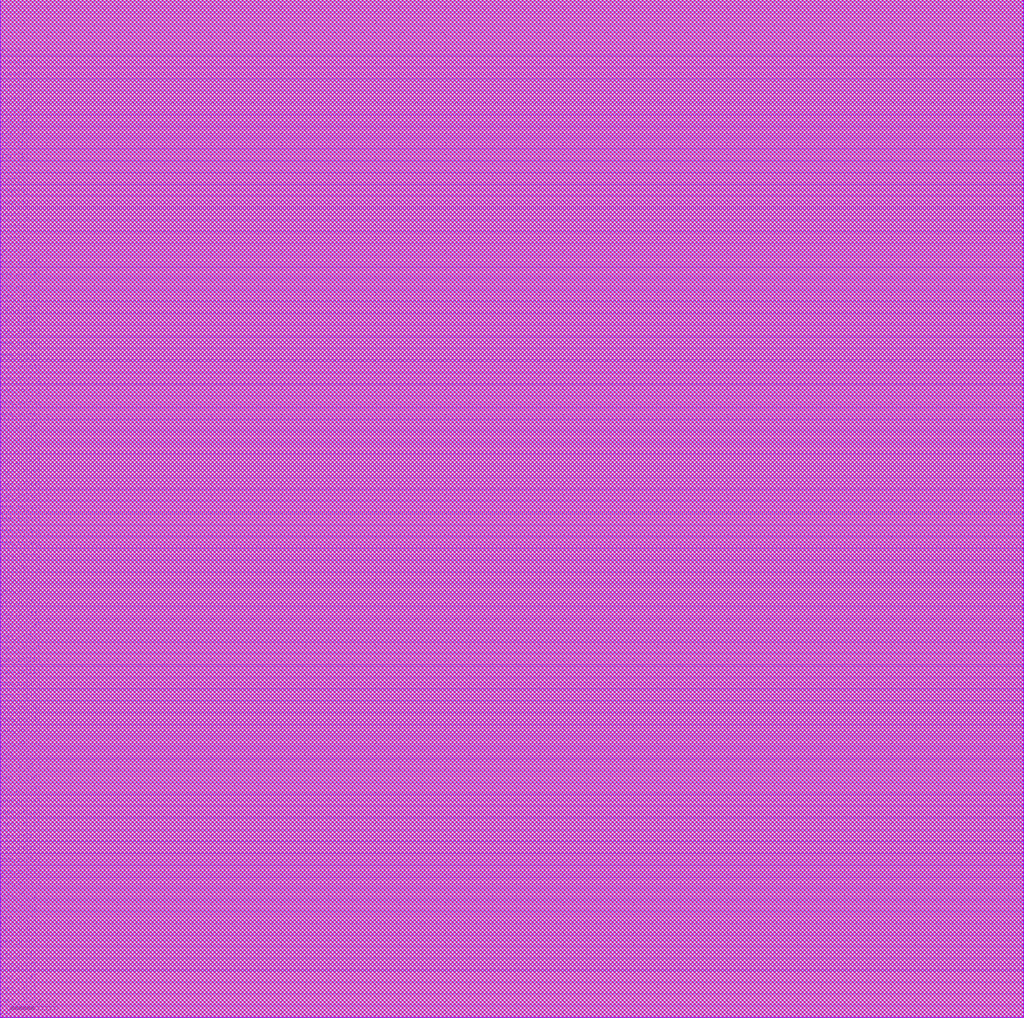
<source format=lef>
##
## LEF for PtnCells ;
## created by Innovus v15.23-s045_1 on Mon Mar 17 12:25:35 2025
##

VERSION 5.8 ;

BUSBITCHARS "[]" ;
DIVIDERCHAR "/" ;

MACRO core
  CLASS BLOCK ;
  SIZE 436.4000 BY 434.0000 ;
  FOREIGN core 0.0000 0.0000 ;
  ORIGIN 0 0 ;
  SYMMETRY X Y R90 ;
  PIN clk
    DIRECTION INPUT ;
    USE SIGNAL ;
    PORT
      LAYER M3 ;
        RECT 0.0000 0.0750 0.6000 0.3250 ;
    END
  END clk
  PIN mem_in[63]
    DIRECTION INPUT ;
    USE SIGNAL ;
    PORT
      LAYER M3 ;
        RECT 0.0000 320.0750 0.6000 320.3250 ;
    END
  END mem_in[63]
  PIN mem_in[62]
    DIRECTION INPUT ;
    USE SIGNAL ;
    PORT
      LAYER M3 ;
        RECT 0.0000 315.0750 0.6000 315.3250 ;
    END
  END mem_in[62]
  PIN mem_in[61]
    DIRECTION INPUT ;
    USE SIGNAL ;
    PORT
      LAYER M3 ;
        RECT 0.0000 310.0750 0.6000 310.3250 ;
    END
  END mem_in[61]
  PIN mem_in[60]
    DIRECTION INPUT ;
    USE SIGNAL ;
    PORT
      LAYER M3 ;
        RECT 0.0000 305.0750 0.6000 305.3250 ;
    END
  END mem_in[60]
  PIN mem_in[59]
    DIRECTION INPUT ;
    USE SIGNAL ;
    PORT
      LAYER M3 ;
        RECT 0.0000 300.0750 0.6000 300.3250 ;
    END
  END mem_in[59]
  PIN mem_in[58]
    DIRECTION INPUT ;
    USE SIGNAL ;
    PORT
      LAYER M3 ;
        RECT 0.0000 295.0750 0.6000 295.3250 ;
    END
  END mem_in[58]
  PIN mem_in[57]
    DIRECTION INPUT ;
    USE SIGNAL ;
    PORT
      LAYER M3 ;
        RECT 0.0000 290.0750 0.6000 290.3250 ;
    END
  END mem_in[57]
  PIN mem_in[56]
    DIRECTION INPUT ;
    USE SIGNAL ;
    PORT
      LAYER M3 ;
        RECT 0.0000 285.0750 0.6000 285.3250 ;
    END
  END mem_in[56]
  PIN mem_in[55]
    DIRECTION INPUT ;
    USE SIGNAL ;
    PORT
      LAYER M3 ;
        RECT 0.0000 280.0750 0.6000 280.3250 ;
    END
  END mem_in[55]
  PIN mem_in[54]
    DIRECTION INPUT ;
    USE SIGNAL ;
    PORT
      LAYER M3 ;
        RECT 0.0000 275.0750 0.6000 275.3250 ;
    END
  END mem_in[54]
  PIN mem_in[53]
    DIRECTION INPUT ;
    USE SIGNAL ;
    PORT
      LAYER M3 ;
        RECT 0.0000 270.0750 0.6000 270.3250 ;
    END
  END mem_in[53]
  PIN mem_in[52]
    DIRECTION INPUT ;
    USE SIGNAL ;
    PORT
      LAYER M3 ;
        RECT 0.0000 265.0750 0.6000 265.3250 ;
    END
  END mem_in[52]
  PIN mem_in[51]
    DIRECTION INPUT ;
    USE SIGNAL ;
    PORT
      LAYER M3 ;
        RECT 0.0000 260.0750 0.6000 260.3250 ;
    END
  END mem_in[51]
  PIN mem_in[50]
    DIRECTION INPUT ;
    USE SIGNAL ;
    PORT
      LAYER M3 ;
        RECT 0.0000 255.0750 0.6000 255.3250 ;
    END
  END mem_in[50]
  PIN mem_in[49]
    DIRECTION INPUT ;
    USE SIGNAL ;
    PORT
      LAYER M3 ;
        RECT 0.0000 250.0750 0.6000 250.3250 ;
    END
  END mem_in[49]
  PIN mem_in[48]
    DIRECTION INPUT ;
    USE SIGNAL ;
    PORT
      LAYER M3 ;
        RECT 0.0000 245.0750 0.6000 245.3250 ;
    END
  END mem_in[48]
  PIN mem_in[47]
    DIRECTION INPUT ;
    USE SIGNAL ;
    PORT
      LAYER M3 ;
        RECT 0.0000 240.0750 0.6000 240.3250 ;
    END
  END mem_in[47]
  PIN mem_in[46]
    DIRECTION INPUT ;
    USE SIGNAL ;
    PORT
      LAYER M3 ;
        RECT 0.0000 235.0750 0.6000 235.3250 ;
    END
  END mem_in[46]
  PIN mem_in[45]
    DIRECTION INPUT ;
    USE SIGNAL ;
    PORT
      LAYER M3 ;
        RECT 0.0000 230.0750 0.6000 230.3250 ;
    END
  END mem_in[45]
  PIN mem_in[44]
    DIRECTION INPUT ;
    USE SIGNAL ;
    PORT
      LAYER M3 ;
        RECT 0.0000 225.0750 0.6000 225.3250 ;
    END
  END mem_in[44]
  PIN mem_in[43]
    DIRECTION INPUT ;
    USE SIGNAL ;
    PORT
      LAYER M3 ;
        RECT 0.0000 220.0750 0.6000 220.3250 ;
    END
  END mem_in[43]
  PIN mem_in[42]
    DIRECTION INPUT ;
    USE SIGNAL ;
    PORT
      LAYER M3 ;
        RECT 0.0000 215.0750 0.6000 215.3250 ;
    END
  END mem_in[42]
  PIN mem_in[41]
    DIRECTION INPUT ;
    USE SIGNAL ;
    PORT
      LAYER M3 ;
        RECT 0.0000 210.0750 0.6000 210.3250 ;
    END
  END mem_in[41]
  PIN mem_in[40]
    DIRECTION INPUT ;
    USE SIGNAL ;
    PORT
      LAYER M3 ;
        RECT 0.0000 205.0750 0.6000 205.3250 ;
    END
  END mem_in[40]
  PIN mem_in[39]
    DIRECTION INPUT ;
    USE SIGNAL ;
    PORT
      LAYER M3 ;
        RECT 0.0000 200.0750 0.6000 200.3250 ;
    END
  END mem_in[39]
  PIN mem_in[38]
    DIRECTION INPUT ;
    USE SIGNAL ;
    PORT
      LAYER M3 ;
        RECT 0.0000 195.0750 0.6000 195.3250 ;
    END
  END mem_in[38]
  PIN mem_in[37]
    DIRECTION INPUT ;
    USE SIGNAL ;
    PORT
      LAYER M3 ;
        RECT 0.0000 190.0750 0.6000 190.3250 ;
    END
  END mem_in[37]
  PIN mem_in[36]
    DIRECTION INPUT ;
    USE SIGNAL ;
    PORT
      LAYER M3 ;
        RECT 0.0000 185.0750 0.6000 185.3250 ;
    END
  END mem_in[36]
  PIN mem_in[35]
    DIRECTION INPUT ;
    USE SIGNAL ;
    PORT
      LAYER M3 ;
        RECT 0.0000 180.0750 0.6000 180.3250 ;
    END
  END mem_in[35]
  PIN mem_in[34]
    DIRECTION INPUT ;
    USE SIGNAL ;
    PORT
      LAYER M3 ;
        RECT 0.0000 175.0750 0.6000 175.3250 ;
    END
  END mem_in[34]
  PIN mem_in[33]
    DIRECTION INPUT ;
    USE SIGNAL ;
    PORT
      LAYER M3 ;
        RECT 0.0000 170.0750 0.6000 170.3250 ;
    END
  END mem_in[33]
  PIN mem_in[32]
    DIRECTION INPUT ;
    USE SIGNAL ;
    PORT
      LAYER M3 ;
        RECT 0.0000 165.0750 0.6000 165.3250 ;
    END
  END mem_in[32]
  PIN mem_in[31]
    DIRECTION INPUT ;
    USE SIGNAL ;
    PORT
      LAYER M3 ;
        RECT 0.0000 160.0750 0.6000 160.3250 ;
    END
  END mem_in[31]
  PIN mem_in[30]
    DIRECTION INPUT ;
    USE SIGNAL ;
    PORT
      LAYER M3 ;
        RECT 0.0000 155.0750 0.6000 155.3250 ;
    END
  END mem_in[30]
  PIN mem_in[29]
    DIRECTION INPUT ;
    USE SIGNAL ;
    PORT
      LAYER M3 ;
        RECT 0.0000 150.0750 0.6000 150.3250 ;
    END
  END mem_in[29]
  PIN mem_in[28]
    DIRECTION INPUT ;
    USE SIGNAL ;
    PORT
      LAYER M3 ;
        RECT 0.0000 145.0750 0.6000 145.3250 ;
    END
  END mem_in[28]
  PIN mem_in[27]
    DIRECTION INPUT ;
    USE SIGNAL ;
    PORT
      LAYER M3 ;
        RECT 0.0000 140.0750 0.6000 140.3250 ;
    END
  END mem_in[27]
  PIN mem_in[26]
    DIRECTION INPUT ;
    USE SIGNAL ;
    PORT
      LAYER M3 ;
        RECT 0.0000 135.0750 0.6000 135.3250 ;
    END
  END mem_in[26]
  PIN mem_in[25]
    DIRECTION INPUT ;
    USE SIGNAL ;
    PORT
      LAYER M3 ;
        RECT 0.0000 130.0750 0.6000 130.3250 ;
    END
  END mem_in[25]
  PIN mem_in[24]
    DIRECTION INPUT ;
    USE SIGNAL ;
    PORT
      LAYER M3 ;
        RECT 0.0000 125.0750 0.6000 125.3250 ;
    END
  END mem_in[24]
  PIN mem_in[23]
    DIRECTION INPUT ;
    USE SIGNAL ;
    PORT
      LAYER M3 ;
        RECT 0.0000 120.0750 0.6000 120.3250 ;
    END
  END mem_in[23]
  PIN mem_in[22]
    DIRECTION INPUT ;
    USE SIGNAL ;
    PORT
      LAYER M3 ;
        RECT 0.0000 115.0750 0.6000 115.3250 ;
    END
  END mem_in[22]
  PIN mem_in[21]
    DIRECTION INPUT ;
    USE SIGNAL ;
    PORT
      LAYER M3 ;
        RECT 0.0000 110.0750 0.6000 110.3250 ;
    END
  END mem_in[21]
  PIN mem_in[20]
    DIRECTION INPUT ;
    USE SIGNAL ;
    PORT
      LAYER M3 ;
        RECT 0.0000 105.0750 0.6000 105.3250 ;
    END
  END mem_in[20]
  PIN mem_in[19]
    DIRECTION INPUT ;
    USE SIGNAL ;
    PORT
      LAYER M3 ;
        RECT 0.0000 100.0750 0.6000 100.3250 ;
    END
  END mem_in[19]
  PIN mem_in[18]
    DIRECTION INPUT ;
    USE SIGNAL ;
    PORT
      LAYER M3 ;
        RECT 0.0000 95.0750 0.6000 95.3250 ;
    END
  END mem_in[18]
  PIN mem_in[17]
    DIRECTION INPUT ;
    USE SIGNAL ;
    PORT
      LAYER M3 ;
        RECT 0.0000 90.0750 0.6000 90.3250 ;
    END
  END mem_in[17]
  PIN mem_in[16]
    DIRECTION INPUT ;
    USE SIGNAL ;
    PORT
      LAYER M3 ;
        RECT 0.0000 85.0750 0.6000 85.3250 ;
    END
  END mem_in[16]
  PIN mem_in[15]
    DIRECTION INPUT ;
    USE SIGNAL ;
    PORT
      LAYER M3 ;
        RECT 0.0000 80.0750 0.6000 80.3250 ;
    END
  END mem_in[15]
  PIN mem_in[14]
    DIRECTION INPUT ;
    USE SIGNAL ;
    PORT
      LAYER M3 ;
        RECT 0.0000 75.0750 0.6000 75.3250 ;
    END
  END mem_in[14]
  PIN mem_in[13]
    DIRECTION INPUT ;
    USE SIGNAL ;
    PORT
      LAYER M3 ;
        RECT 0.0000 70.0750 0.6000 70.3250 ;
    END
  END mem_in[13]
  PIN mem_in[12]
    DIRECTION INPUT ;
    USE SIGNAL ;
    PORT
      LAYER M3 ;
        RECT 0.0000 65.0750 0.6000 65.3250 ;
    END
  END mem_in[12]
  PIN mem_in[11]
    DIRECTION INPUT ;
    USE SIGNAL ;
    PORT
      LAYER M3 ;
        RECT 0.0000 60.0750 0.6000 60.3250 ;
    END
  END mem_in[11]
  PIN mem_in[10]
    DIRECTION INPUT ;
    USE SIGNAL ;
    PORT
      LAYER M3 ;
        RECT 0.0000 55.0750 0.6000 55.3250 ;
    END
  END mem_in[10]
  PIN mem_in[9]
    DIRECTION INPUT ;
    USE SIGNAL ;
    PORT
      LAYER M3 ;
        RECT 0.0000 50.0750 0.6000 50.3250 ;
    END
  END mem_in[9]
  PIN mem_in[8]
    DIRECTION INPUT ;
    USE SIGNAL ;
    PORT
      LAYER M3 ;
        RECT 0.0000 45.0750 0.6000 45.3250 ;
    END
  END mem_in[8]
  PIN mem_in[7]
    DIRECTION INPUT ;
    USE SIGNAL ;
    PORT
      LAYER M3 ;
        RECT 0.0000 40.0750 0.6000 40.3250 ;
    END
  END mem_in[7]
  PIN mem_in[6]
    DIRECTION INPUT ;
    USE SIGNAL ;
    PORT
      LAYER M3 ;
        RECT 0.0000 35.0750 0.6000 35.3250 ;
    END
  END mem_in[6]
  PIN mem_in[5]
    DIRECTION INPUT ;
    USE SIGNAL ;
    PORT
      LAYER M3 ;
        RECT 0.0000 30.0750 0.6000 30.3250 ;
    END
  END mem_in[5]
  PIN mem_in[4]
    DIRECTION INPUT ;
    USE SIGNAL ;
    PORT
      LAYER M3 ;
        RECT 0.0000 25.0750 0.6000 25.3250 ;
    END
  END mem_in[4]
  PIN mem_in[3]
    DIRECTION INPUT ;
    USE SIGNAL ;
    PORT
      LAYER M3 ;
        RECT 0.0000 20.0750 0.6000 20.3250 ;
    END
  END mem_in[3]
  PIN mem_in[2]
    DIRECTION INPUT ;
    USE SIGNAL ;
    PORT
      LAYER M3 ;
        RECT 0.0000 15.0750 0.6000 15.3250 ;
    END
  END mem_in[2]
  PIN mem_in[1]
    DIRECTION INPUT ;
    USE SIGNAL ;
    PORT
      LAYER M3 ;
        RECT 0.0000 10.0750 0.6000 10.3250 ;
    END
  END mem_in[1]
  PIN mem_in[0]
    DIRECTION INPUT ;
    USE SIGNAL ;
    PORT
      LAYER M3 ;
        RECT 0.0000 5.0750 0.6000 5.3250 ;
    END
  END mem_in[0]
  PIN out[159]
    DIRECTION OUTPUT ;
    USE SIGNAL ;
    PORT
      LAYER M3 ;
        RECT 436.1500 19.9000 436.4000 20.5000 ;
    END
  END out[159]
  PIN out[158]
    DIRECTION OUTPUT ;
    USE SIGNAL ;
    PORT
      LAYER M3 ;
        RECT 436.1500 22.5000 436.4000 23.1000 ;
    END
  END out[158]
  PIN out[157]
    DIRECTION OUTPUT ;
    USE SIGNAL ;
    PORT
      LAYER M3 ;
        RECT 436.1500 25.1000 436.4000 25.7000 ;
    END
  END out[157]
  PIN out[156]
    DIRECTION OUTPUT ;
    USE SIGNAL ;
    PORT
      LAYER M3 ;
        RECT 436.1500 27.7000 436.4000 28.3000 ;
    END
  END out[156]
  PIN out[155]
    DIRECTION OUTPUT ;
    USE SIGNAL ;
    PORT
      LAYER M3 ;
        RECT 436.1500 30.3000 436.4000 30.9000 ;
    END
  END out[155]
  PIN out[154]
    DIRECTION OUTPUT ;
    USE SIGNAL ;
    PORT
      LAYER M3 ;
        RECT 436.1500 32.9000 436.4000 33.5000 ;
    END
  END out[154]
  PIN out[153]
    DIRECTION OUTPUT ;
    USE SIGNAL ;
    PORT
      LAYER M3 ;
        RECT 436.1500 35.5000 436.4000 36.1000 ;
    END
  END out[153]
  PIN out[152]
    DIRECTION OUTPUT ;
    USE SIGNAL ;
    PORT
      LAYER M3 ;
        RECT 436.1500 38.1000 436.4000 38.7000 ;
    END
  END out[152]
  PIN out[151]
    DIRECTION OUTPUT ;
    USE SIGNAL ;
    PORT
      LAYER M3 ;
        RECT 436.1500 40.7000 436.4000 41.3000 ;
    END
  END out[151]
  PIN out[150]
    DIRECTION OUTPUT ;
    USE SIGNAL ;
    PORT
      LAYER M3 ;
        RECT 436.1500 43.3000 436.4000 43.9000 ;
    END
  END out[150]
  PIN out[149]
    DIRECTION OUTPUT ;
    USE SIGNAL ;
    PORT
      LAYER M3 ;
        RECT 436.1500 45.9000 436.4000 46.5000 ;
    END
  END out[149]
  PIN out[148]
    DIRECTION OUTPUT ;
    USE SIGNAL ;
    PORT
      LAYER M3 ;
        RECT 436.1500 48.5000 436.4000 49.1000 ;
    END
  END out[148]
  PIN out[147]
    DIRECTION OUTPUT ;
    USE SIGNAL ;
    PORT
      LAYER M3 ;
        RECT 436.1500 51.1000 436.4000 51.7000 ;
    END
  END out[147]
  PIN out[146]
    DIRECTION OUTPUT ;
    USE SIGNAL ;
    PORT
      LAYER M3 ;
        RECT 436.1500 53.7000 436.4000 54.3000 ;
    END
  END out[146]
  PIN out[145]
    DIRECTION OUTPUT ;
    USE SIGNAL ;
    PORT
      LAYER M3 ;
        RECT 436.1500 56.3000 436.4000 56.9000 ;
    END
  END out[145]
  PIN out[144]
    DIRECTION OUTPUT ;
    USE SIGNAL ;
    PORT
      LAYER M3 ;
        RECT 436.1500 58.9000 436.4000 59.5000 ;
    END
  END out[144]
  PIN out[143]
    DIRECTION OUTPUT ;
    USE SIGNAL ;
    PORT
      LAYER M3 ;
        RECT 436.1500 61.5000 436.4000 62.1000 ;
    END
  END out[143]
  PIN out[142]
    DIRECTION OUTPUT ;
    USE SIGNAL ;
    PORT
      LAYER M3 ;
        RECT 436.1500 64.1000 436.4000 64.7000 ;
    END
  END out[142]
  PIN out[141]
    DIRECTION OUTPUT ;
    USE SIGNAL ;
    PORT
      LAYER M3 ;
        RECT 436.1500 66.7000 436.4000 67.3000 ;
    END
  END out[141]
  PIN out[140]
    DIRECTION OUTPUT ;
    USE SIGNAL ;
    PORT
      LAYER M3 ;
        RECT 436.1500 69.3000 436.4000 69.9000 ;
    END
  END out[140]
  PIN out[139]
    DIRECTION OUTPUT ;
    USE SIGNAL ;
    PORT
      LAYER M3 ;
        RECT 436.1500 71.9000 436.4000 72.5000 ;
    END
  END out[139]
  PIN out[138]
    DIRECTION OUTPUT ;
    USE SIGNAL ;
    PORT
      LAYER M3 ;
        RECT 436.1500 74.5000 436.4000 75.1000 ;
    END
  END out[138]
  PIN out[137]
    DIRECTION OUTPUT ;
    USE SIGNAL ;
    PORT
      LAYER M3 ;
        RECT 436.1500 77.1000 436.4000 77.7000 ;
    END
  END out[137]
  PIN out[136]
    DIRECTION OUTPUT ;
    USE SIGNAL ;
    PORT
      LAYER M3 ;
        RECT 436.1500 79.7000 436.4000 80.3000 ;
    END
  END out[136]
  PIN out[135]
    DIRECTION OUTPUT ;
    USE SIGNAL ;
    PORT
      LAYER M3 ;
        RECT 436.1500 82.3000 436.4000 82.9000 ;
    END
  END out[135]
  PIN out[134]
    DIRECTION OUTPUT ;
    USE SIGNAL ;
    PORT
      LAYER M3 ;
        RECT 436.1500 84.9000 436.4000 85.5000 ;
    END
  END out[134]
  PIN out[133]
    DIRECTION OUTPUT ;
    USE SIGNAL ;
    PORT
      LAYER M3 ;
        RECT 436.1500 87.5000 436.4000 88.1000 ;
    END
  END out[133]
  PIN out[132]
    DIRECTION OUTPUT ;
    USE SIGNAL ;
    PORT
      LAYER M3 ;
        RECT 436.1500 90.1000 436.4000 90.7000 ;
    END
  END out[132]
  PIN out[131]
    DIRECTION OUTPUT ;
    USE SIGNAL ;
    PORT
      LAYER M3 ;
        RECT 436.1500 92.7000 436.4000 93.3000 ;
    END
  END out[131]
  PIN out[130]
    DIRECTION OUTPUT ;
    USE SIGNAL ;
    PORT
      LAYER M3 ;
        RECT 436.1500 95.3000 436.4000 95.9000 ;
    END
  END out[130]
  PIN out[129]
    DIRECTION OUTPUT ;
    USE SIGNAL ;
    PORT
      LAYER M3 ;
        RECT 436.1500 97.9000 436.4000 98.5000 ;
    END
  END out[129]
  PIN out[128]
    DIRECTION OUTPUT ;
    USE SIGNAL ;
    PORT
      LAYER M3 ;
        RECT 436.1500 100.5000 436.4000 101.1000 ;
    END
  END out[128]
  PIN out[127]
    DIRECTION OUTPUT ;
    USE SIGNAL ;
    PORT
      LAYER M3 ;
        RECT 436.1500 103.1000 436.4000 103.7000 ;
    END
  END out[127]
  PIN out[126]
    DIRECTION OUTPUT ;
    USE SIGNAL ;
    PORT
      LAYER M3 ;
        RECT 436.1500 105.7000 436.4000 106.3000 ;
    END
  END out[126]
  PIN out[125]
    DIRECTION OUTPUT ;
    USE SIGNAL ;
    PORT
      LAYER M3 ;
        RECT 436.1500 108.3000 436.4000 108.9000 ;
    END
  END out[125]
  PIN out[124]
    DIRECTION OUTPUT ;
    USE SIGNAL ;
    PORT
      LAYER M3 ;
        RECT 436.1500 110.9000 436.4000 111.5000 ;
    END
  END out[124]
  PIN out[123]
    DIRECTION OUTPUT ;
    USE SIGNAL ;
    PORT
      LAYER M3 ;
        RECT 436.1500 113.5000 436.4000 114.1000 ;
    END
  END out[123]
  PIN out[122]
    DIRECTION OUTPUT ;
    USE SIGNAL ;
    PORT
      LAYER M3 ;
        RECT 436.1500 116.1000 436.4000 116.7000 ;
    END
  END out[122]
  PIN out[121]
    DIRECTION OUTPUT ;
    USE SIGNAL ;
    PORT
      LAYER M3 ;
        RECT 436.1500 118.7000 436.4000 119.3000 ;
    END
  END out[121]
  PIN out[120]
    DIRECTION OUTPUT ;
    USE SIGNAL ;
    PORT
      LAYER M3 ;
        RECT 436.1500 121.3000 436.4000 121.9000 ;
    END
  END out[120]
  PIN out[119]
    DIRECTION OUTPUT ;
    USE SIGNAL ;
    PORT
      LAYER M3 ;
        RECT 436.1500 123.9000 436.4000 124.5000 ;
    END
  END out[119]
  PIN out[118]
    DIRECTION OUTPUT ;
    USE SIGNAL ;
    PORT
      LAYER M3 ;
        RECT 436.1500 126.5000 436.4000 127.1000 ;
    END
  END out[118]
  PIN out[117]
    DIRECTION OUTPUT ;
    USE SIGNAL ;
    PORT
      LAYER M3 ;
        RECT 436.1500 129.1000 436.4000 129.7000 ;
    END
  END out[117]
  PIN out[116]
    DIRECTION OUTPUT ;
    USE SIGNAL ;
    PORT
      LAYER M3 ;
        RECT 436.1500 131.7000 436.4000 132.3000 ;
    END
  END out[116]
  PIN out[115]
    DIRECTION OUTPUT ;
    USE SIGNAL ;
    PORT
      LAYER M3 ;
        RECT 436.1500 134.3000 436.4000 134.9000 ;
    END
  END out[115]
  PIN out[114]
    DIRECTION OUTPUT ;
    USE SIGNAL ;
    PORT
      LAYER M3 ;
        RECT 436.1500 136.9000 436.4000 137.5000 ;
    END
  END out[114]
  PIN out[113]
    DIRECTION OUTPUT ;
    USE SIGNAL ;
    PORT
      LAYER M3 ;
        RECT 436.1500 139.5000 436.4000 140.1000 ;
    END
  END out[113]
  PIN out[112]
    DIRECTION OUTPUT ;
    USE SIGNAL ;
    PORT
      LAYER M3 ;
        RECT 436.1500 142.1000 436.4000 142.7000 ;
    END
  END out[112]
  PIN out[111]
    DIRECTION OUTPUT ;
    USE SIGNAL ;
    PORT
      LAYER M3 ;
        RECT 436.1500 144.7000 436.4000 145.3000 ;
    END
  END out[111]
  PIN out[110]
    DIRECTION OUTPUT ;
    USE SIGNAL ;
    PORT
      LAYER M3 ;
        RECT 436.1500 147.3000 436.4000 147.9000 ;
    END
  END out[110]
  PIN out[109]
    DIRECTION OUTPUT ;
    USE SIGNAL ;
    PORT
      LAYER M3 ;
        RECT 436.1500 149.9000 436.4000 150.5000 ;
    END
  END out[109]
  PIN out[108]
    DIRECTION OUTPUT ;
    USE SIGNAL ;
    PORT
      LAYER M3 ;
        RECT 436.1500 152.5000 436.4000 153.1000 ;
    END
  END out[108]
  PIN out[107]
    DIRECTION OUTPUT ;
    USE SIGNAL ;
    PORT
      LAYER M3 ;
        RECT 436.1500 155.1000 436.4000 155.7000 ;
    END
  END out[107]
  PIN out[106]
    DIRECTION OUTPUT ;
    USE SIGNAL ;
    PORT
      LAYER M3 ;
        RECT 436.1500 157.7000 436.4000 158.3000 ;
    END
  END out[106]
  PIN out[105]
    DIRECTION OUTPUT ;
    USE SIGNAL ;
    PORT
      LAYER M3 ;
        RECT 436.1500 160.3000 436.4000 160.9000 ;
    END
  END out[105]
  PIN out[104]
    DIRECTION OUTPUT ;
    USE SIGNAL ;
    PORT
      LAYER M3 ;
        RECT 436.1500 162.9000 436.4000 163.5000 ;
    END
  END out[104]
  PIN out[103]
    DIRECTION OUTPUT ;
    USE SIGNAL ;
    PORT
      LAYER M3 ;
        RECT 436.1500 165.5000 436.4000 166.1000 ;
    END
  END out[103]
  PIN out[102]
    DIRECTION OUTPUT ;
    USE SIGNAL ;
    PORT
      LAYER M3 ;
        RECT 436.1500 168.1000 436.4000 168.7000 ;
    END
  END out[102]
  PIN out[101]
    DIRECTION OUTPUT ;
    USE SIGNAL ;
    PORT
      LAYER M3 ;
        RECT 436.1500 170.7000 436.4000 171.3000 ;
    END
  END out[101]
  PIN out[100]
    DIRECTION OUTPUT ;
    USE SIGNAL ;
    PORT
      LAYER M3 ;
        RECT 436.1500 173.3000 436.4000 173.9000 ;
    END
  END out[100]
  PIN out[99]
    DIRECTION OUTPUT ;
    USE SIGNAL ;
    PORT
      LAYER M3 ;
        RECT 436.1500 175.9000 436.4000 176.5000 ;
    END
  END out[99]
  PIN out[98]
    DIRECTION OUTPUT ;
    USE SIGNAL ;
    PORT
      LAYER M3 ;
        RECT 436.1500 178.5000 436.4000 179.1000 ;
    END
  END out[98]
  PIN out[97]
    DIRECTION OUTPUT ;
    USE SIGNAL ;
    PORT
      LAYER M3 ;
        RECT 436.1500 181.1000 436.4000 181.7000 ;
    END
  END out[97]
  PIN out[96]
    DIRECTION OUTPUT ;
    USE SIGNAL ;
    PORT
      LAYER M3 ;
        RECT 436.1500 183.7000 436.4000 184.3000 ;
    END
  END out[96]
  PIN out[95]
    DIRECTION OUTPUT ;
    USE SIGNAL ;
    PORT
      LAYER M3 ;
        RECT 436.1500 186.3000 436.4000 186.9000 ;
    END
  END out[95]
  PIN out[94]
    DIRECTION OUTPUT ;
    USE SIGNAL ;
    PORT
      LAYER M3 ;
        RECT 436.1500 188.9000 436.4000 189.5000 ;
    END
  END out[94]
  PIN out[93]
    DIRECTION OUTPUT ;
    USE SIGNAL ;
    PORT
      LAYER M3 ;
        RECT 436.1500 191.5000 436.4000 192.1000 ;
    END
  END out[93]
  PIN out[92]
    DIRECTION OUTPUT ;
    USE SIGNAL ;
    PORT
      LAYER M3 ;
        RECT 436.1500 194.1000 436.4000 194.7000 ;
    END
  END out[92]
  PIN out[91]
    DIRECTION OUTPUT ;
    USE SIGNAL ;
    PORT
      LAYER M3 ;
        RECT 436.1500 196.7000 436.4000 197.3000 ;
    END
  END out[91]
  PIN out[90]
    DIRECTION OUTPUT ;
    USE SIGNAL ;
    PORT
      LAYER M3 ;
        RECT 436.1500 199.3000 436.4000 199.9000 ;
    END
  END out[90]
  PIN out[89]
    DIRECTION OUTPUT ;
    USE SIGNAL ;
    PORT
      LAYER M3 ;
        RECT 436.1500 201.9000 436.4000 202.5000 ;
    END
  END out[89]
  PIN out[88]
    DIRECTION OUTPUT ;
    USE SIGNAL ;
    PORT
      LAYER M3 ;
        RECT 436.1500 204.5000 436.4000 205.1000 ;
    END
  END out[88]
  PIN out[87]
    DIRECTION OUTPUT ;
    USE SIGNAL ;
    PORT
      LAYER M3 ;
        RECT 436.1500 207.1000 436.4000 207.7000 ;
    END
  END out[87]
  PIN out[86]
    DIRECTION OUTPUT ;
    USE SIGNAL ;
    PORT
      LAYER M3 ;
        RECT 436.1500 209.7000 436.4000 210.3000 ;
    END
  END out[86]
  PIN out[85]
    DIRECTION OUTPUT ;
    USE SIGNAL ;
    PORT
      LAYER M3 ;
        RECT 436.1500 212.3000 436.4000 212.9000 ;
    END
  END out[85]
  PIN out[84]
    DIRECTION OUTPUT ;
    USE SIGNAL ;
    PORT
      LAYER M3 ;
        RECT 436.1500 214.9000 436.4000 215.5000 ;
    END
  END out[84]
  PIN out[83]
    DIRECTION OUTPUT ;
    USE SIGNAL ;
    PORT
      LAYER M3 ;
        RECT 436.1500 217.5000 436.4000 218.1000 ;
    END
  END out[83]
  PIN out[82]
    DIRECTION OUTPUT ;
    USE SIGNAL ;
    PORT
      LAYER M3 ;
        RECT 436.1500 220.1000 436.4000 220.7000 ;
    END
  END out[82]
  PIN out[81]
    DIRECTION OUTPUT ;
    USE SIGNAL ;
    PORT
      LAYER M3 ;
        RECT 436.1500 222.7000 436.4000 223.3000 ;
    END
  END out[81]
  PIN out[80]
    DIRECTION OUTPUT ;
    USE SIGNAL ;
    PORT
      LAYER M3 ;
        RECT 436.1500 225.3000 436.4000 225.9000 ;
    END
  END out[80]
  PIN out[79]
    DIRECTION OUTPUT ;
    USE SIGNAL ;
    PORT
      LAYER M3 ;
        RECT 436.1500 227.9000 436.4000 228.5000 ;
    END
  END out[79]
  PIN out[78]
    DIRECTION OUTPUT ;
    USE SIGNAL ;
    PORT
      LAYER M3 ;
        RECT 436.1500 230.5000 436.4000 231.1000 ;
    END
  END out[78]
  PIN out[77]
    DIRECTION OUTPUT ;
    USE SIGNAL ;
    PORT
      LAYER M3 ;
        RECT 436.1500 233.1000 436.4000 233.7000 ;
    END
  END out[77]
  PIN out[76]
    DIRECTION OUTPUT ;
    USE SIGNAL ;
    PORT
      LAYER M3 ;
        RECT 436.1500 235.7000 436.4000 236.3000 ;
    END
  END out[76]
  PIN out[75]
    DIRECTION OUTPUT ;
    USE SIGNAL ;
    PORT
      LAYER M3 ;
        RECT 436.1500 238.3000 436.4000 238.9000 ;
    END
  END out[75]
  PIN out[74]
    DIRECTION OUTPUT ;
    USE SIGNAL ;
    PORT
      LAYER M3 ;
        RECT 436.1500 240.9000 436.4000 241.5000 ;
    END
  END out[74]
  PIN out[73]
    DIRECTION OUTPUT ;
    USE SIGNAL ;
    PORT
      LAYER M3 ;
        RECT 436.1500 243.5000 436.4000 244.1000 ;
    END
  END out[73]
  PIN out[72]
    DIRECTION OUTPUT ;
    USE SIGNAL ;
    PORT
      LAYER M3 ;
        RECT 436.1500 246.1000 436.4000 246.7000 ;
    END
  END out[72]
  PIN out[71]
    DIRECTION OUTPUT ;
    USE SIGNAL ;
    PORT
      LAYER M3 ;
        RECT 436.1500 248.7000 436.4000 249.3000 ;
    END
  END out[71]
  PIN out[70]
    DIRECTION OUTPUT ;
    USE SIGNAL ;
    PORT
      LAYER M3 ;
        RECT 436.1500 251.3000 436.4000 251.9000 ;
    END
  END out[70]
  PIN out[69]
    DIRECTION OUTPUT ;
    USE SIGNAL ;
    PORT
      LAYER M3 ;
        RECT 436.1500 253.9000 436.4000 254.5000 ;
    END
  END out[69]
  PIN out[68]
    DIRECTION OUTPUT ;
    USE SIGNAL ;
    PORT
      LAYER M3 ;
        RECT 436.1500 256.5000 436.4000 257.1000 ;
    END
  END out[68]
  PIN out[67]
    DIRECTION OUTPUT ;
    USE SIGNAL ;
    PORT
      LAYER M3 ;
        RECT 436.1500 259.1000 436.4000 259.7000 ;
    END
  END out[67]
  PIN out[66]
    DIRECTION OUTPUT ;
    USE SIGNAL ;
    PORT
      LAYER M3 ;
        RECT 436.1500 261.7000 436.4000 262.3000 ;
    END
  END out[66]
  PIN out[65]
    DIRECTION OUTPUT ;
    USE SIGNAL ;
    PORT
      LAYER M3 ;
        RECT 436.1500 264.3000 436.4000 264.9000 ;
    END
  END out[65]
  PIN out[64]
    DIRECTION OUTPUT ;
    USE SIGNAL ;
    PORT
      LAYER M3 ;
        RECT 436.1500 266.9000 436.4000 267.5000 ;
    END
  END out[64]
  PIN out[63]
    DIRECTION OUTPUT ;
    USE SIGNAL ;
    PORT
      LAYER M3 ;
        RECT 436.1500 269.5000 436.4000 270.1000 ;
    END
  END out[63]
  PIN out[62]
    DIRECTION OUTPUT ;
    USE SIGNAL ;
    PORT
      LAYER M3 ;
        RECT 436.1500 272.1000 436.4000 272.7000 ;
    END
  END out[62]
  PIN out[61]
    DIRECTION OUTPUT ;
    USE SIGNAL ;
    PORT
      LAYER M3 ;
        RECT 436.1500 274.7000 436.4000 275.3000 ;
    END
  END out[61]
  PIN out[60]
    DIRECTION OUTPUT ;
    USE SIGNAL ;
    PORT
      LAYER M3 ;
        RECT 436.1500 277.3000 436.4000 277.9000 ;
    END
  END out[60]
  PIN out[59]
    DIRECTION OUTPUT ;
    USE SIGNAL ;
    PORT
      LAYER M3 ;
        RECT 436.1500 279.9000 436.4000 280.5000 ;
    END
  END out[59]
  PIN out[58]
    DIRECTION OUTPUT ;
    USE SIGNAL ;
    PORT
      LAYER M3 ;
        RECT 436.1500 282.5000 436.4000 283.1000 ;
    END
  END out[58]
  PIN out[57]
    DIRECTION OUTPUT ;
    USE SIGNAL ;
    PORT
      LAYER M3 ;
        RECT 436.1500 285.1000 436.4000 285.7000 ;
    END
  END out[57]
  PIN out[56]
    DIRECTION OUTPUT ;
    USE SIGNAL ;
    PORT
      LAYER M3 ;
        RECT 436.1500 287.7000 436.4000 288.3000 ;
    END
  END out[56]
  PIN out[55]
    DIRECTION OUTPUT ;
    USE SIGNAL ;
    PORT
      LAYER M3 ;
        RECT 436.1500 290.3000 436.4000 290.9000 ;
    END
  END out[55]
  PIN out[54]
    DIRECTION OUTPUT ;
    USE SIGNAL ;
    PORT
      LAYER M3 ;
        RECT 436.1500 292.9000 436.4000 293.5000 ;
    END
  END out[54]
  PIN out[53]
    DIRECTION OUTPUT ;
    USE SIGNAL ;
    PORT
      LAYER M3 ;
        RECT 436.1500 295.5000 436.4000 296.1000 ;
    END
  END out[53]
  PIN out[52]
    DIRECTION OUTPUT ;
    USE SIGNAL ;
    PORT
      LAYER M3 ;
        RECT 436.1500 298.1000 436.4000 298.7000 ;
    END
  END out[52]
  PIN out[51]
    DIRECTION OUTPUT ;
    USE SIGNAL ;
    PORT
      LAYER M3 ;
        RECT 436.1500 300.7000 436.4000 301.3000 ;
    END
  END out[51]
  PIN out[50]
    DIRECTION OUTPUT ;
    USE SIGNAL ;
    PORT
      LAYER M3 ;
        RECT 436.1500 303.3000 436.4000 303.9000 ;
    END
  END out[50]
  PIN out[49]
    DIRECTION OUTPUT ;
    USE SIGNAL ;
    PORT
      LAYER M3 ;
        RECT 436.1500 305.9000 436.4000 306.5000 ;
    END
  END out[49]
  PIN out[48]
    DIRECTION OUTPUT ;
    USE SIGNAL ;
    PORT
      LAYER M3 ;
        RECT 436.1500 308.5000 436.4000 309.1000 ;
    END
  END out[48]
  PIN out[47]
    DIRECTION OUTPUT ;
    USE SIGNAL ;
    PORT
      LAYER M3 ;
        RECT 436.1500 311.1000 436.4000 311.7000 ;
    END
  END out[47]
  PIN out[46]
    DIRECTION OUTPUT ;
    USE SIGNAL ;
    PORT
      LAYER M3 ;
        RECT 436.1500 313.7000 436.4000 314.3000 ;
    END
  END out[46]
  PIN out[45]
    DIRECTION OUTPUT ;
    USE SIGNAL ;
    PORT
      LAYER M3 ;
        RECT 436.1500 316.3000 436.4000 316.9000 ;
    END
  END out[45]
  PIN out[44]
    DIRECTION OUTPUT ;
    USE SIGNAL ;
    PORT
      LAYER M3 ;
        RECT 436.1500 318.9000 436.4000 319.5000 ;
    END
  END out[44]
  PIN out[43]
    DIRECTION OUTPUT ;
    USE SIGNAL ;
    PORT
      LAYER M3 ;
        RECT 436.1500 321.5000 436.4000 322.1000 ;
    END
  END out[43]
  PIN out[42]
    DIRECTION OUTPUT ;
    USE SIGNAL ;
    PORT
      LAYER M3 ;
        RECT 436.1500 324.1000 436.4000 324.7000 ;
    END
  END out[42]
  PIN out[41]
    DIRECTION OUTPUT ;
    USE SIGNAL ;
    PORT
      LAYER M3 ;
        RECT 436.1500 326.7000 436.4000 327.3000 ;
    END
  END out[41]
  PIN out[40]
    DIRECTION OUTPUT ;
    USE SIGNAL ;
    PORT
      LAYER M3 ;
        RECT 436.1500 329.3000 436.4000 329.9000 ;
    END
  END out[40]
  PIN out[39]
    DIRECTION OUTPUT ;
    USE SIGNAL ;
    PORT
      LAYER M3 ;
        RECT 436.1500 331.9000 436.4000 332.5000 ;
    END
  END out[39]
  PIN out[38]
    DIRECTION OUTPUT ;
    USE SIGNAL ;
    PORT
      LAYER M3 ;
        RECT 436.1500 334.5000 436.4000 335.1000 ;
    END
  END out[38]
  PIN out[37]
    DIRECTION OUTPUT ;
    USE SIGNAL ;
    PORT
      LAYER M3 ;
        RECT 436.1500 337.1000 436.4000 337.7000 ;
    END
  END out[37]
  PIN out[36]
    DIRECTION OUTPUT ;
    USE SIGNAL ;
    PORT
      LAYER M3 ;
        RECT 436.1500 339.7000 436.4000 340.3000 ;
    END
  END out[36]
  PIN out[35]
    DIRECTION OUTPUT ;
    USE SIGNAL ;
    PORT
      LAYER M3 ;
        RECT 436.1500 342.3000 436.4000 342.9000 ;
    END
  END out[35]
  PIN out[34]
    DIRECTION OUTPUT ;
    USE SIGNAL ;
    PORT
      LAYER M3 ;
        RECT 436.1500 344.9000 436.4000 345.5000 ;
    END
  END out[34]
  PIN out[33]
    DIRECTION OUTPUT ;
    USE SIGNAL ;
    PORT
      LAYER M3 ;
        RECT 436.1500 347.5000 436.4000 348.1000 ;
    END
  END out[33]
  PIN out[32]
    DIRECTION OUTPUT ;
    USE SIGNAL ;
    PORT
      LAYER M3 ;
        RECT 436.1500 350.1000 436.4000 350.7000 ;
    END
  END out[32]
  PIN out[31]
    DIRECTION OUTPUT ;
    USE SIGNAL ;
    PORT
      LAYER M3 ;
        RECT 436.1500 352.7000 436.4000 353.3000 ;
    END
  END out[31]
  PIN out[30]
    DIRECTION OUTPUT ;
    USE SIGNAL ;
    PORT
      LAYER M3 ;
        RECT 436.1500 355.3000 436.4000 355.9000 ;
    END
  END out[30]
  PIN out[29]
    DIRECTION OUTPUT ;
    USE SIGNAL ;
    PORT
      LAYER M3 ;
        RECT 436.1500 357.9000 436.4000 358.5000 ;
    END
  END out[29]
  PIN out[28]
    DIRECTION OUTPUT ;
    USE SIGNAL ;
    PORT
      LAYER M3 ;
        RECT 436.1500 360.5000 436.4000 361.1000 ;
    END
  END out[28]
  PIN out[27]
    DIRECTION OUTPUT ;
    USE SIGNAL ;
    PORT
      LAYER M3 ;
        RECT 436.1500 363.1000 436.4000 363.7000 ;
    END
  END out[27]
  PIN out[26]
    DIRECTION OUTPUT ;
    USE SIGNAL ;
    PORT
      LAYER M3 ;
        RECT 436.1500 365.7000 436.4000 366.3000 ;
    END
  END out[26]
  PIN out[25]
    DIRECTION OUTPUT ;
    USE SIGNAL ;
    PORT
      LAYER M3 ;
        RECT 436.1500 368.3000 436.4000 368.9000 ;
    END
  END out[25]
  PIN out[24]
    DIRECTION OUTPUT ;
    USE SIGNAL ;
    PORT
      LAYER M3 ;
        RECT 436.1500 370.9000 436.4000 371.5000 ;
    END
  END out[24]
  PIN out[23]
    DIRECTION OUTPUT ;
    USE SIGNAL ;
    PORT
      LAYER M3 ;
        RECT 436.1500 373.5000 436.4000 374.1000 ;
    END
  END out[23]
  PIN out[22]
    DIRECTION OUTPUT ;
    USE SIGNAL ;
    PORT
      LAYER M3 ;
        RECT 436.1500 376.1000 436.4000 376.7000 ;
    END
  END out[22]
  PIN out[21]
    DIRECTION OUTPUT ;
    USE SIGNAL ;
    PORT
      LAYER M3 ;
        RECT 436.1500 378.7000 436.4000 379.3000 ;
    END
  END out[21]
  PIN out[20]
    DIRECTION OUTPUT ;
    USE SIGNAL ;
    PORT
      LAYER M3 ;
        RECT 436.1500 381.3000 436.4000 381.9000 ;
    END
  END out[20]
  PIN out[19]
    DIRECTION OUTPUT ;
    USE SIGNAL ;
    PORT
      LAYER M3 ;
        RECT 436.1500 383.9000 436.4000 384.5000 ;
    END
  END out[19]
  PIN out[18]
    DIRECTION OUTPUT ;
    USE SIGNAL ;
    PORT
      LAYER M3 ;
        RECT 436.1500 386.5000 436.4000 387.1000 ;
    END
  END out[18]
  PIN out[17]
    DIRECTION OUTPUT ;
    USE SIGNAL ;
    PORT
      LAYER M3 ;
        RECT 436.1500 389.1000 436.4000 389.7000 ;
    END
  END out[17]
  PIN out[16]
    DIRECTION OUTPUT ;
    USE SIGNAL ;
    PORT
      LAYER M3 ;
        RECT 436.1500 391.7000 436.4000 392.3000 ;
    END
  END out[16]
  PIN out[15]
    DIRECTION OUTPUT ;
    USE SIGNAL ;
    PORT
      LAYER M3 ;
        RECT 436.1500 394.3000 436.4000 394.9000 ;
    END
  END out[15]
  PIN out[14]
    DIRECTION OUTPUT ;
    USE SIGNAL ;
    PORT
      LAYER M3 ;
        RECT 436.1500 396.9000 436.4000 397.5000 ;
    END
  END out[14]
  PIN out[13]
    DIRECTION OUTPUT ;
    USE SIGNAL ;
    PORT
      LAYER M3 ;
        RECT 436.1500 399.5000 436.4000 400.1000 ;
    END
  END out[13]
  PIN out[12]
    DIRECTION OUTPUT ;
    USE SIGNAL ;
    PORT
      LAYER M3 ;
        RECT 436.1500 402.1000 436.4000 402.7000 ;
    END
  END out[12]
  PIN out[11]
    DIRECTION OUTPUT ;
    USE SIGNAL ;
    PORT
      LAYER M3 ;
        RECT 436.1500 404.7000 436.4000 405.3000 ;
    END
  END out[11]
  PIN out[10]
    DIRECTION OUTPUT ;
    USE SIGNAL ;
    PORT
      LAYER M3 ;
        RECT 436.1500 407.3000 436.4000 407.9000 ;
    END
  END out[10]
  PIN out[9]
    DIRECTION OUTPUT ;
    USE SIGNAL ;
    PORT
      LAYER M3 ;
        RECT 436.1500 409.9000 436.4000 410.5000 ;
    END
  END out[9]
  PIN out[8]
    DIRECTION OUTPUT ;
    USE SIGNAL ;
    PORT
      LAYER M3 ;
        RECT 436.1500 412.5000 436.4000 413.1000 ;
    END
  END out[8]
  PIN out[7]
    DIRECTION OUTPUT ;
    USE SIGNAL ;
    PORT
      LAYER M3 ;
        RECT 436.1500 415.1000 436.4000 415.7000 ;
    END
  END out[7]
  PIN out[6]
    DIRECTION OUTPUT ;
    USE SIGNAL ;
    PORT
      LAYER M3 ;
        RECT 436.1500 417.7000 436.4000 418.3000 ;
    END
  END out[6]
  PIN out[5]
    DIRECTION OUTPUT ;
    USE SIGNAL ;
    PORT
      LAYER M3 ;
        RECT 436.1500 420.3000 436.4000 420.9000 ;
    END
  END out[5]
  PIN out[4]
    DIRECTION OUTPUT ;
    USE SIGNAL ;
    PORT
      LAYER M3 ;
        RECT 436.1500 422.9000 436.4000 423.5000 ;
    END
  END out[4]
  PIN out[3]
    DIRECTION OUTPUT ;
    USE SIGNAL ;
    PORT
      LAYER M3 ;
        RECT 436.1500 425.5000 436.4000 426.1000 ;
    END
  END out[3]
  PIN out[2]
    DIRECTION OUTPUT ;
    USE SIGNAL ;
    PORT
      LAYER M3 ;
        RECT 436.1500 428.1000 436.4000 428.7000 ;
    END
  END out[2]
  PIN out[1]
    DIRECTION OUTPUT ;
    USE SIGNAL ;
    PORT
      LAYER M3 ;
        RECT 436.1500 430.7000 436.4000 431.3000 ;
    END
  END out[1]
  PIN out[0]
    DIRECTION OUTPUT ;
    USE SIGNAL ;
    PORT
      LAYER M3 ;
        RECT 436.1500 433.3000 436.4000 433.9000 ;
    END
  END out[0]
  PIN inst[16]
    DIRECTION INPUT ;
    USE SIGNAL ;
    PORT
      LAYER M3 ;
        RECT 0.0000 405.0750 0.6000 405.3250 ;
    END
  END inst[16]
  PIN inst[15]
    DIRECTION INPUT ;
    USE SIGNAL ;
    PORT
      LAYER M3 ;
        RECT 0.0000 400.0750 0.6000 400.3250 ;
    END
  END inst[15]
  PIN inst[14]
    DIRECTION INPUT ;
    USE SIGNAL ;
    PORT
      LAYER M3 ;
        RECT 0.0000 395.0750 0.6000 395.3250 ;
    END
  END inst[14]
  PIN inst[13]
    DIRECTION INPUT ;
    USE SIGNAL ;
    PORT
      LAYER M3 ;
        RECT 0.0000 390.0750 0.6000 390.3250 ;
    END
  END inst[13]
  PIN inst[12]
    DIRECTION INPUT ;
    USE SIGNAL ;
    PORT
      LAYER M3 ;
        RECT 0.0000 385.0750 0.6000 385.3250 ;
    END
  END inst[12]
  PIN inst[11]
    DIRECTION INPUT ;
    USE SIGNAL ;
    PORT
      LAYER M3 ;
        RECT 0.0000 380.0750 0.6000 380.3250 ;
    END
  END inst[11]
  PIN inst[10]
    DIRECTION INPUT ;
    USE SIGNAL ;
    PORT
      LAYER M3 ;
        RECT 0.0000 375.0750 0.6000 375.3250 ;
    END
  END inst[10]
  PIN inst[9]
    DIRECTION INPUT ;
    USE SIGNAL ;
    PORT
      LAYER M3 ;
        RECT 0.0000 370.0750 0.6000 370.3250 ;
    END
  END inst[9]
  PIN inst[8]
    DIRECTION INPUT ;
    USE SIGNAL ;
    PORT
      LAYER M3 ;
        RECT 0.0000 365.0750 0.6000 365.3250 ;
    END
  END inst[8]
  PIN inst[7]
    DIRECTION INPUT ;
    USE SIGNAL ;
    PORT
      LAYER M3 ;
        RECT 0.0000 360.0750 0.6000 360.3250 ;
    END
  END inst[7]
  PIN inst[6]
    DIRECTION INPUT ;
    USE SIGNAL ;
    PORT
      LAYER M3 ;
        RECT 0.0000 355.0750 0.6000 355.3250 ;
    END
  END inst[6]
  PIN inst[5]
    DIRECTION INPUT ;
    USE SIGNAL ;
    PORT
      LAYER M3 ;
        RECT 0.0000 350.0750 0.6000 350.3250 ;
    END
  END inst[5]
  PIN inst[4]
    DIRECTION INPUT ;
    USE SIGNAL ;
    PORT
      LAYER M3 ;
        RECT 0.0000 345.0750 0.6000 345.3250 ;
    END
  END inst[4]
  PIN inst[3]
    DIRECTION INPUT ;
    USE SIGNAL ;
    PORT
      LAYER M3 ;
        RECT 0.0000 340.0750 0.6000 340.3250 ;
    END
  END inst[3]
  PIN inst[2]
    DIRECTION INPUT ;
    USE SIGNAL ;
    PORT
      LAYER M3 ;
        RECT 0.0000 335.0750 0.6000 335.3250 ;
    END
  END inst[2]
  PIN inst[1]
    DIRECTION INPUT ;
    USE SIGNAL ;
    PORT
      LAYER M3 ;
        RECT 0.0000 330.0750 0.6000 330.3250 ;
    END
  END inst[1]
  PIN inst[0]
    DIRECTION INPUT ;
    USE SIGNAL ;
    PORT
      LAYER M3 ;
        RECT 0.0000 325.0750 0.6000 325.3250 ;
    END
  END inst[0]
  PIN reset
    DIRECTION INPUT ;
    USE SIGNAL ;
    PORT
      LAYER M3 ;
        RECT 0.0000 410.0750 0.6000 410.3250 ;
    END
  END reset
  OBS
    LAYER M1 ;
      RECT 0.0000 0.0000 436.4000 434.0000 ;
    LAYER M2 ;
      RECT 0.0000 0.0000 436.4000 434.0000 ;
    LAYER M3 ;
      RECT 0.0000 433.1400 435.9900 434.0000 ;
      RECT 0.0000 431.4600 436.4000 433.1400 ;
      RECT 0.0000 430.5400 435.9900 431.4600 ;
      RECT 0.0000 428.8600 436.4000 430.5400 ;
      RECT 0.0000 427.9400 435.9900 428.8600 ;
      RECT 0.0000 426.2600 436.4000 427.9400 ;
      RECT 0.0000 425.3400 435.9900 426.2600 ;
      RECT 0.0000 423.6600 436.4000 425.3400 ;
      RECT 0.0000 422.7400 435.9900 423.6600 ;
      RECT 0.0000 421.0600 436.4000 422.7400 ;
      RECT 0.0000 420.1400 435.9900 421.0600 ;
      RECT 0.0000 418.4600 436.4000 420.1400 ;
      RECT 0.0000 417.5400 435.9900 418.4600 ;
      RECT 0.0000 415.8600 436.4000 417.5400 ;
      RECT 0.0000 414.9400 435.9900 415.8600 ;
      RECT 0.0000 413.2600 436.4000 414.9400 ;
      RECT 0.0000 412.3400 435.9900 413.2600 ;
      RECT 0.0000 410.6600 436.4000 412.3400 ;
      RECT 0.0000 410.4450 435.9900 410.6600 ;
      RECT 0.7200 409.9550 435.9900 410.4450 ;
      RECT 0.0000 409.7400 435.9900 409.9550 ;
      RECT 0.0000 408.0600 436.4000 409.7400 ;
      RECT 0.0000 407.1400 435.9900 408.0600 ;
      RECT 0.0000 405.4600 436.4000 407.1400 ;
      RECT 0.0000 405.4450 435.9900 405.4600 ;
      RECT 0.7200 404.9550 435.9900 405.4450 ;
      RECT 0.0000 404.5400 435.9900 404.9550 ;
      RECT 0.0000 402.8600 436.4000 404.5400 ;
      RECT 0.0000 401.9400 435.9900 402.8600 ;
      RECT 0.0000 400.4450 436.4000 401.9400 ;
      RECT 0.7200 400.2600 436.4000 400.4450 ;
      RECT 0.7200 399.9550 435.9900 400.2600 ;
      RECT 0.0000 399.3400 435.9900 399.9550 ;
      RECT 0.0000 397.6600 436.4000 399.3400 ;
      RECT 0.0000 396.7400 435.9900 397.6600 ;
      RECT 0.0000 395.4450 436.4000 396.7400 ;
      RECT 0.7200 395.0600 436.4000 395.4450 ;
      RECT 0.7200 394.9550 435.9900 395.0600 ;
      RECT 0.0000 394.1400 435.9900 394.9550 ;
      RECT 0.0000 392.4600 436.4000 394.1400 ;
      RECT 0.0000 391.5400 435.9900 392.4600 ;
      RECT 0.0000 390.4450 436.4000 391.5400 ;
      RECT 0.7200 389.9550 436.4000 390.4450 ;
      RECT 0.0000 389.8600 436.4000 389.9550 ;
      RECT 0.0000 388.9400 435.9900 389.8600 ;
      RECT 0.0000 387.2600 436.4000 388.9400 ;
      RECT 0.0000 386.3400 435.9900 387.2600 ;
      RECT 0.0000 385.4450 436.4000 386.3400 ;
      RECT 0.7200 384.9550 436.4000 385.4450 ;
      RECT 0.0000 384.6600 436.4000 384.9550 ;
      RECT 0.0000 383.7400 435.9900 384.6600 ;
      RECT 0.0000 382.0600 436.4000 383.7400 ;
      RECT 0.0000 381.1400 435.9900 382.0600 ;
      RECT 0.0000 380.4450 436.4000 381.1400 ;
      RECT 0.7200 379.9550 436.4000 380.4450 ;
      RECT 0.0000 379.4600 436.4000 379.9550 ;
      RECT 0.0000 378.5400 435.9900 379.4600 ;
      RECT 0.0000 376.8600 436.4000 378.5400 ;
      RECT 0.0000 375.9400 435.9900 376.8600 ;
      RECT 0.0000 375.4450 436.4000 375.9400 ;
      RECT 0.7200 374.9550 436.4000 375.4450 ;
      RECT 0.0000 374.2600 436.4000 374.9550 ;
      RECT 0.0000 373.3400 435.9900 374.2600 ;
      RECT 0.0000 371.6600 436.4000 373.3400 ;
      RECT 0.0000 370.7400 435.9900 371.6600 ;
      RECT 0.0000 370.4450 436.4000 370.7400 ;
      RECT 0.7200 369.9550 436.4000 370.4450 ;
      RECT 0.0000 369.0600 436.4000 369.9550 ;
      RECT 0.0000 368.1400 435.9900 369.0600 ;
      RECT 0.0000 366.4600 436.4000 368.1400 ;
      RECT 0.0000 365.5400 435.9900 366.4600 ;
      RECT 0.0000 365.4450 436.4000 365.5400 ;
      RECT 0.7200 364.9550 436.4000 365.4450 ;
      RECT 0.0000 363.8600 436.4000 364.9550 ;
      RECT 0.0000 362.9400 435.9900 363.8600 ;
      RECT 0.0000 361.2600 436.4000 362.9400 ;
      RECT 0.0000 360.4450 435.9900 361.2600 ;
      RECT 0.7200 360.3400 435.9900 360.4450 ;
      RECT 0.7200 359.9550 436.4000 360.3400 ;
      RECT 0.0000 358.6600 436.4000 359.9550 ;
      RECT 0.0000 357.7400 435.9900 358.6600 ;
      RECT 0.0000 356.0600 436.4000 357.7400 ;
      RECT 0.0000 355.4450 435.9900 356.0600 ;
      RECT 0.7200 355.1400 435.9900 355.4450 ;
      RECT 0.7200 354.9550 436.4000 355.1400 ;
      RECT 0.0000 353.4600 436.4000 354.9550 ;
      RECT 0.0000 352.5400 435.9900 353.4600 ;
      RECT 0.0000 350.8600 436.4000 352.5400 ;
      RECT 0.0000 350.4450 435.9900 350.8600 ;
      RECT 0.7200 349.9550 435.9900 350.4450 ;
      RECT 0.0000 349.9400 435.9900 349.9550 ;
      RECT 0.0000 348.2600 436.4000 349.9400 ;
      RECT 0.0000 347.3400 435.9900 348.2600 ;
      RECT 0.0000 345.6600 436.4000 347.3400 ;
      RECT 0.0000 345.4450 435.9900 345.6600 ;
      RECT 0.7200 344.9550 435.9900 345.4450 ;
      RECT 0.0000 344.7400 435.9900 344.9550 ;
      RECT 0.0000 343.0600 436.4000 344.7400 ;
      RECT 0.0000 342.1400 435.9900 343.0600 ;
      RECT 0.0000 340.4600 436.4000 342.1400 ;
      RECT 0.0000 340.4450 435.9900 340.4600 ;
      RECT 0.7200 339.9550 435.9900 340.4450 ;
      RECT 0.0000 339.5400 435.9900 339.9550 ;
      RECT 0.0000 337.8600 436.4000 339.5400 ;
      RECT 0.0000 336.9400 435.9900 337.8600 ;
      RECT 0.0000 335.4450 436.4000 336.9400 ;
      RECT 0.7200 335.2600 436.4000 335.4450 ;
      RECT 0.7200 334.9550 435.9900 335.2600 ;
      RECT 0.0000 334.3400 435.9900 334.9550 ;
      RECT 0.0000 332.6600 436.4000 334.3400 ;
      RECT 0.0000 331.7400 435.9900 332.6600 ;
      RECT 0.0000 330.4450 436.4000 331.7400 ;
      RECT 0.7200 330.0600 436.4000 330.4450 ;
      RECT 0.7200 329.9550 435.9900 330.0600 ;
      RECT 0.0000 329.1400 435.9900 329.9550 ;
      RECT 0.0000 327.4600 436.4000 329.1400 ;
      RECT 0.0000 326.5400 435.9900 327.4600 ;
      RECT 0.0000 325.4450 436.4000 326.5400 ;
      RECT 0.7200 324.9550 436.4000 325.4450 ;
      RECT 0.0000 324.8600 436.4000 324.9550 ;
      RECT 0.0000 323.9400 435.9900 324.8600 ;
      RECT 0.0000 322.2600 436.4000 323.9400 ;
      RECT 0.0000 321.3400 435.9900 322.2600 ;
      RECT 0.0000 320.4450 436.4000 321.3400 ;
      RECT 0.7200 319.9550 436.4000 320.4450 ;
      RECT 0.0000 319.6600 436.4000 319.9550 ;
      RECT 0.0000 318.7400 435.9900 319.6600 ;
      RECT 0.0000 317.0600 436.4000 318.7400 ;
      RECT 0.0000 316.1400 435.9900 317.0600 ;
      RECT 0.0000 315.4450 436.4000 316.1400 ;
      RECT 0.7200 314.9550 436.4000 315.4450 ;
      RECT 0.0000 314.4600 436.4000 314.9550 ;
      RECT 0.0000 313.5400 435.9900 314.4600 ;
      RECT 0.0000 311.8600 436.4000 313.5400 ;
      RECT 0.0000 310.9400 435.9900 311.8600 ;
      RECT 0.0000 310.4450 436.4000 310.9400 ;
      RECT 0.7200 309.9550 436.4000 310.4450 ;
      RECT 0.0000 309.2600 436.4000 309.9550 ;
      RECT 0.0000 308.3400 435.9900 309.2600 ;
      RECT 0.0000 306.6600 436.4000 308.3400 ;
      RECT 0.0000 305.7400 435.9900 306.6600 ;
      RECT 0.0000 305.4450 436.4000 305.7400 ;
      RECT 0.7200 304.9550 436.4000 305.4450 ;
      RECT 0.0000 304.0600 436.4000 304.9550 ;
      RECT 0.0000 303.1400 435.9900 304.0600 ;
      RECT 0.0000 301.4600 436.4000 303.1400 ;
      RECT 0.0000 300.5400 435.9900 301.4600 ;
      RECT 0.0000 300.4450 436.4000 300.5400 ;
      RECT 0.7200 299.9550 436.4000 300.4450 ;
      RECT 0.0000 298.8600 436.4000 299.9550 ;
      RECT 0.0000 297.9400 435.9900 298.8600 ;
      RECT 0.0000 296.2600 436.4000 297.9400 ;
      RECT 0.0000 295.4450 435.9900 296.2600 ;
      RECT 0.7200 295.3400 435.9900 295.4450 ;
      RECT 0.7200 294.9550 436.4000 295.3400 ;
      RECT 0.0000 293.6600 436.4000 294.9550 ;
      RECT 0.0000 292.7400 435.9900 293.6600 ;
      RECT 0.0000 291.0600 436.4000 292.7400 ;
      RECT 0.0000 290.4450 435.9900 291.0600 ;
      RECT 0.7200 290.1400 435.9900 290.4450 ;
      RECT 0.7200 289.9550 436.4000 290.1400 ;
      RECT 0.0000 288.4600 436.4000 289.9550 ;
      RECT 0.0000 287.5400 435.9900 288.4600 ;
      RECT 0.0000 285.8600 436.4000 287.5400 ;
      RECT 0.0000 285.4450 435.9900 285.8600 ;
      RECT 0.7200 284.9550 435.9900 285.4450 ;
      RECT 0.0000 284.9400 435.9900 284.9550 ;
      RECT 0.0000 283.2600 436.4000 284.9400 ;
      RECT 0.0000 282.3400 435.9900 283.2600 ;
      RECT 0.0000 280.6600 436.4000 282.3400 ;
      RECT 0.0000 280.4450 435.9900 280.6600 ;
      RECT 0.7200 279.9550 435.9900 280.4450 ;
      RECT 0.0000 279.7400 435.9900 279.9550 ;
      RECT 0.0000 278.0600 436.4000 279.7400 ;
      RECT 0.0000 277.1400 435.9900 278.0600 ;
      RECT 0.0000 275.4600 436.4000 277.1400 ;
      RECT 0.0000 275.4450 435.9900 275.4600 ;
      RECT 0.7200 274.9550 435.9900 275.4450 ;
      RECT 0.0000 274.5400 435.9900 274.9550 ;
      RECT 0.0000 272.8600 436.4000 274.5400 ;
      RECT 0.0000 271.9400 435.9900 272.8600 ;
      RECT 0.0000 270.4450 436.4000 271.9400 ;
      RECT 0.7200 270.2600 436.4000 270.4450 ;
      RECT 0.7200 269.9550 435.9900 270.2600 ;
      RECT 0.0000 269.3400 435.9900 269.9550 ;
      RECT 0.0000 267.6600 436.4000 269.3400 ;
      RECT 0.0000 266.7400 435.9900 267.6600 ;
      RECT 0.0000 265.4450 436.4000 266.7400 ;
      RECT 0.7200 265.0600 436.4000 265.4450 ;
      RECT 0.7200 264.9550 435.9900 265.0600 ;
      RECT 0.0000 264.1400 435.9900 264.9550 ;
      RECT 0.0000 262.4600 436.4000 264.1400 ;
      RECT 0.0000 261.5400 435.9900 262.4600 ;
      RECT 0.0000 260.4450 436.4000 261.5400 ;
      RECT 0.7200 259.9550 436.4000 260.4450 ;
      RECT 0.0000 259.8600 436.4000 259.9550 ;
      RECT 0.0000 258.9400 435.9900 259.8600 ;
      RECT 0.0000 257.2600 436.4000 258.9400 ;
      RECT 0.0000 256.3400 435.9900 257.2600 ;
      RECT 0.0000 255.4450 436.4000 256.3400 ;
      RECT 0.7200 254.9550 436.4000 255.4450 ;
      RECT 0.0000 254.6600 436.4000 254.9550 ;
      RECT 0.0000 253.7400 435.9900 254.6600 ;
      RECT 0.0000 252.0600 436.4000 253.7400 ;
      RECT 0.0000 251.1400 435.9900 252.0600 ;
      RECT 0.0000 250.4450 436.4000 251.1400 ;
      RECT 0.7200 249.9550 436.4000 250.4450 ;
      RECT 0.0000 249.4600 436.4000 249.9550 ;
      RECT 0.0000 248.5400 435.9900 249.4600 ;
      RECT 0.0000 246.8600 436.4000 248.5400 ;
      RECT 0.0000 245.9400 435.9900 246.8600 ;
      RECT 0.0000 245.4450 436.4000 245.9400 ;
      RECT 0.7200 244.9550 436.4000 245.4450 ;
      RECT 0.0000 244.2600 436.4000 244.9550 ;
      RECT 0.0000 243.3400 435.9900 244.2600 ;
      RECT 0.0000 241.6600 436.4000 243.3400 ;
      RECT 0.0000 240.7400 435.9900 241.6600 ;
      RECT 0.0000 240.4450 436.4000 240.7400 ;
      RECT 0.7200 239.9550 436.4000 240.4450 ;
      RECT 0.0000 239.0600 436.4000 239.9550 ;
      RECT 0.0000 238.1400 435.9900 239.0600 ;
      RECT 0.0000 236.4600 436.4000 238.1400 ;
      RECT 0.0000 235.5400 435.9900 236.4600 ;
      RECT 0.0000 235.4450 436.4000 235.5400 ;
      RECT 0.7200 234.9550 436.4000 235.4450 ;
      RECT 0.0000 233.8600 436.4000 234.9550 ;
      RECT 0.0000 232.9400 435.9900 233.8600 ;
      RECT 0.0000 231.2600 436.4000 232.9400 ;
      RECT 0.0000 230.4450 435.9900 231.2600 ;
      RECT 0.7200 230.3400 435.9900 230.4450 ;
      RECT 0.7200 229.9550 436.4000 230.3400 ;
      RECT 0.0000 228.6600 436.4000 229.9550 ;
      RECT 0.0000 227.7400 435.9900 228.6600 ;
      RECT 0.0000 226.0600 436.4000 227.7400 ;
      RECT 0.0000 225.4450 435.9900 226.0600 ;
      RECT 0.7200 225.1400 435.9900 225.4450 ;
      RECT 0.7200 224.9550 436.4000 225.1400 ;
      RECT 0.0000 223.4600 436.4000 224.9550 ;
      RECT 0.0000 222.5400 435.9900 223.4600 ;
      RECT 0.0000 220.8600 436.4000 222.5400 ;
      RECT 0.0000 220.4450 435.9900 220.8600 ;
      RECT 0.7200 219.9550 435.9900 220.4450 ;
      RECT 0.0000 219.9400 435.9900 219.9550 ;
      RECT 0.0000 218.2600 436.4000 219.9400 ;
      RECT 0.0000 217.3400 435.9900 218.2600 ;
      RECT 0.0000 215.6600 436.4000 217.3400 ;
      RECT 0.0000 215.4450 435.9900 215.6600 ;
      RECT 0.7200 214.9550 435.9900 215.4450 ;
      RECT 0.0000 214.7400 435.9900 214.9550 ;
      RECT 0.0000 213.0600 436.4000 214.7400 ;
      RECT 0.0000 212.1400 435.9900 213.0600 ;
      RECT 0.0000 210.4600 436.4000 212.1400 ;
      RECT 0.0000 210.4450 435.9900 210.4600 ;
      RECT 0.7200 209.9550 435.9900 210.4450 ;
      RECT 0.0000 209.5400 435.9900 209.9550 ;
      RECT 0.0000 207.8600 436.4000 209.5400 ;
      RECT 0.0000 206.9400 435.9900 207.8600 ;
      RECT 0.0000 205.4450 436.4000 206.9400 ;
      RECT 0.7200 205.2600 436.4000 205.4450 ;
      RECT 0.7200 204.9550 435.9900 205.2600 ;
      RECT 0.0000 204.3400 435.9900 204.9550 ;
      RECT 0.0000 202.6600 436.4000 204.3400 ;
      RECT 0.0000 201.7400 435.9900 202.6600 ;
      RECT 0.0000 200.4450 436.4000 201.7400 ;
      RECT 0.7200 200.0600 436.4000 200.4450 ;
      RECT 0.7200 199.9550 435.9900 200.0600 ;
      RECT 0.0000 199.1400 435.9900 199.9550 ;
      RECT 0.0000 197.4600 436.4000 199.1400 ;
      RECT 0.0000 196.5400 435.9900 197.4600 ;
      RECT 0.0000 195.4450 436.4000 196.5400 ;
      RECT 0.7200 194.9550 436.4000 195.4450 ;
      RECT 0.0000 194.8600 436.4000 194.9550 ;
      RECT 0.0000 193.9400 435.9900 194.8600 ;
      RECT 0.0000 192.2600 436.4000 193.9400 ;
      RECT 0.0000 191.3400 435.9900 192.2600 ;
      RECT 0.0000 190.4450 436.4000 191.3400 ;
      RECT 0.7200 189.9550 436.4000 190.4450 ;
      RECT 0.0000 189.6600 436.4000 189.9550 ;
      RECT 0.0000 188.7400 435.9900 189.6600 ;
      RECT 0.0000 187.0600 436.4000 188.7400 ;
      RECT 0.0000 186.1400 435.9900 187.0600 ;
      RECT 0.0000 185.4450 436.4000 186.1400 ;
      RECT 0.7200 184.9550 436.4000 185.4450 ;
      RECT 0.0000 184.4600 436.4000 184.9550 ;
      RECT 0.0000 183.5400 435.9900 184.4600 ;
      RECT 0.0000 181.8600 436.4000 183.5400 ;
      RECT 0.0000 180.9400 435.9900 181.8600 ;
      RECT 0.0000 180.4450 436.4000 180.9400 ;
      RECT 0.7200 179.9550 436.4000 180.4450 ;
      RECT 0.0000 179.2600 436.4000 179.9550 ;
      RECT 0.0000 178.3400 435.9900 179.2600 ;
      RECT 0.0000 176.6600 436.4000 178.3400 ;
      RECT 0.0000 175.7400 435.9900 176.6600 ;
      RECT 0.0000 175.4450 436.4000 175.7400 ;
      RECT 0.7200 174.9550 436.4000 175.4450 ;
      RECT 0.0000 174.0600 436.4000 174.9550 ;
      RECT 0.0000 173.1400 435.9900 174.0600 ;
      RECT 0.0000 171.4600 436.4000 173.1400 ;
      RECT 0.0000 170.5400 435.9900 171.4600 ;
      RECT 0.0000 170.4450 436.4000 170.5400 ;
      RECT 0.7200 169.9550 436.4000 170.4450 ;
      RECT 0.0000 168.8600 436.4000 169.9550 ;
      RECT 0.0000 167.9400 435.9900 168.8600 ;
      RECT 0.0000 166.2600 436.4000 167.9400 ;
      RECT 0.0000 165.4450 435.9900 166.2600 ;
      RECT 0.7200 165.3400 435.9900 165.4450 ;
      RECT 0.7200 164.9550 436.4000 165.3400 ;
      RECT 0.0000 163.6600 436.4000 164.9550 ;
      RECT 0.0000 162.7400 435.9900 163.6600 ;
      RECT 0.0000 161.0600 436.4000 162.7400 ;
      RECT 0.0000 160.4450 435.9900 161.0600 ;
      RECT 0.7200 160.1400 435.9900 160.4450 ;
      RECT 0.7200 159.9550 436.4000 160.1400 ;
      RECT 0.0000 158.4600 436.4000 159.9550 ;
      RECT 0.0000 157.5400 435.9900 158.4600 ;
      RECT 0.0000 155.8600 436.4000 157.5400 ;
      RECT 0.0000 155.4450 435.9900 155.8600 ;
      RECT 0.7200 154.9550 435.9900 155.4450 ;
      RECT 0.0000 154.9400 435.9900 154.9550 ;
      RECT 0.0000 153.2600 436.4000 154.9400 ;
      RECT 0.0000 152.3400 435.9900 153.2600 ;
      RECT 0.0000 150.6600 436.4000 152.3400 ;
      RECT 0.0000 150.4450 435.9900 150.6600 ;
      RECT 0.7200 149.9550 435.9900 150.4450 ;
      RECT 0.0000 149.7400 435.9900 149.9550 ;
      RECT 0.0000 148.0600 436.4000 149.7400 ;
      RECT 0.0000 147.1400 435.9900 148.0600 ;
      RECT 0.0000 145.4600 436.4000 147.1400 ;
      RECT 0.0000 145.4450 435.9900 145.4600 ;
      RECT 0.7200 144.9550 435.9900 145.4450 ;
      RECT 0.0000 144.5400 435.9900 144.9550 ;
      RECT 0.0000 142.8600 436.4000 144.5400 ;
      RECT 0.0000 141.9400 435.9900 142.8600 ;
      RECT 0.0000 140.4450 436.4000 141.9400 ;
      RECT 0.7200 140.2600 436.4000 140.4450 ;
      RECT 0.7200 139.9550 435.9900 140.2600 ;
      RECT 0.0000 139.3400 435.9900 139.9550 ;
      RECT 0.0000 137.6600 436.4000 139.3400 ;
      RECT 0.0000 136.7400 435.9900 137.6600 ;
      RECT 0.0000 135.4450 436.4000 136.7400 ;
      RECT 0.7200 135.0600 436.4000 135.4450 ;
      RECT 0.7200 134.9550 435.9900 135.0600 ;
      RECT 0.0000 134.1400 435.9900 134.9550 ;
      RECT 0.0000 132.4600 436.4000 134.1400 ;
      RECT 0.0000 131.5400 435.9900 132.4600 ;
      RECT 0.0000 130.4450 436.4000 131.5400 ;
      RECT 0.7200 129.9550 436.4000 130.4450 ;
      RECT 0.0000 129.8600 436.4000 129.9550 ;
      RECT 0.0000 128.9400 435.9900 129.8600 ;
      RECT 0.0000 127.2600 436.4000 128.9400 ;
      RECT 0.0000 126.3400 435.9900 127.2600 ;
      RECT 0.0000 125.4450 436.4000 126.3400 ;
      RECT 0.7200 124.9550 436.4000 125.4450 ;
      RECT 0.0000 124.6600 436.4000 124.9550 ;
      RECT 0.0000 123.7400 435.9900 124.6600 ;
      RECT 0.0000 122.0600 436.4000 123.7400 ;
      RECT 0.0000 121.1400 435.9900 122.0600 ;
      RECT 0.0000 120.4450 436.4000 121.1400 ;
      RECT 0.7200 119.9550 436.4000 120.4450 ;
      RECT 0.0000 119.4600 436.4000 119.9550 ;
      RECT 0.0000 118.5400 435.9900 119.4600 ;
      RECT 0.0000 116.8600 436.4000 118.5400 ;
      RECT 0.0000 115.9400 435.9900 116.8600 ;
      RECT 0.0000 115.4450 436.4000 115.9400 ;
      RECT 0.7200 114.9550 436.4000 115.4450 ;
      RECT 0.0000 114.2600 436.4000 114.9550 ;
      RECT 0.0000 113.3400 435.9900 114.2600 ;
      RECT 0.0000 111.6600 436.4000 113.3400 ;
      RECT 0.0000 110.7400 435.9900 111.6600 ;
      RECT 0.0000 110.4450 436.4000 110.7400 ;
      RECT 0.7200 109.9550 436.4000 110.4450 ;
      RECT 0.0000 109.0600 436.4000 109.9550 ;
      RECT 0.0000 108.1400 435.9900 109.0600 ;
      RECT 0.0000 106.4600 436.4000 108.1400 ;
      RECT 0.0000 105.5400 435.9900 106.4600 ;
      RECT 0.0000 105.4450 436.4000 105.5400 ;
      RECT 0.7200 104.9550 436.4000 105.4450 ;
      RECT 0.0000 103.8600 436.4000 104.9550 ;
      RECT 0.0000 102.9400 435.9900 103.8600 ;
      RECT 0.0000 101.2600 436.4000 102.9400 ;
      RECT 0.0000 100.4450 435.9900 101.2600 ;
      RECT 0.7200 100.3400 435.9900 100.4450 ;
      RECT 0.7200 99.9550 436.4000 100.3400 ;
      RECT 0.0000 98.6600 436.4000 99.9550 ;
      RECT 0.0000 97.7400 435.9900 98.6600 ;
      RECT 0.0000 96.0600 436.4000 97.7400 ;
      RECT 0.0000 95.4450 435.9900 96.0600 ;
      RECT 0.7200 95.1400 435.9900 95.4450 ;
      RECT 0.7200 94.9550 436.4000 95.1400 ;
      RECT 0.0000 93.4600 436.4000 94.9550 ;
      RECT 0.0000 92.5400 435.9900 93.4600 ;
      RECT 0.0000 90.8600 436.4000 92.5400 ;
      RECT 0.0000 90.4450 435.9900 90.8600 ;
      RECT 0.7200 89.9550 435.9900 90.4450 ;
      RECT 0.0000 89.9400 435.9900 89.9550 ;
      RECT 0.0000 88.2600 436.4000 89.9400 ;
      RECT 0.0000 87.3400 435.9900 88.2600 ;
      RECT 0.0000 85.6600 436.4000 87.3400 ;
      RECT 0.0000 85.4450 435.9900 85.6600 ;
      RECT 0.7200 84.9550 435.9900 85.4450 ;
      RECT 0.0000 84.7400 435.9900 84.9550 ;
      RECT 0.0000 83.0600 436.4000 84.7400 ;
      RECT 0.0000 82.1400 435.9900 83.0600 ;
      RECT 0.0000 80.4600 436.4000 82.1400 ;
      RECT 0.0000 80.4450 435.9900 80.4600 ;
      RECT 0.7200 79.9550 435.9900 80.4450 ;
      RECT 0.0000 79.5400 435.9900 79.9550 ;
      RECT 0.0000 77.8600 436.4000 79.5400 ;
      RECT 0.0000 76.9400 435.9900 77.8600 ;
      RECT 0.0000 75.4450 436.4000 76.9400 ;
      RECT 0.7200 75.2600 436.4000 75.4450 ;
      RECT 0.7200 74.9550 435.9900 75.2600 ;
      RECT 0.0000 74.3400 435.9900 74.9550 ;
      RECT 0.0000 72.6600 436.4000 74.3400 ;
      RECT 0.0000 71.7400 435.9900 72.6600 ;
      RECT 0.0000 70.4450 436.4000 71.7400 ;
      RECT 0.7200 70.0600 436.4000 70.4450 ;
      RECT 0.7200 69.9550 435.9900 70.0600 ;
      RECT 0.0000 69.1400 435.9900 69.9550 ;
      RECT 0.0000 67.4600 436.4000 69.1400 ;
      RECT 0.0000 66.5400 435.9900 67.4600 ;
      RECT 0.0000 65.4450 436.4000 66.5400 ;
      RECT 0.7200 64.9550 436.4000 65.4450 ;
      RECT 0.0000 64.8600 436.4000 64.9550 ;
      RECT 0.0000 63.9400 435.9900 64.8600 ;
      RECT 0.0000 62.2600 436.4000 63.9400 ;
      RECT 0.0000 61.3400 435.9900 62.2600 ;
      RECT 0.0000 60.4450 436.4000 61.3400 ;
      RECT 0.7200 59.9550 436.4000 60.4450 ;
      RECT 0.0000 59.6600 436.4000 59.9550 ;
      RECT 0.0000 58.7400 435.9900 59.6600 ;
      RECT 0.0000 57.0600 436.4000 58.7400 ;
      RECT 0.0000 56.1400 435.9900 57.0600 ;
      RECT 0.0000 55.4450 436.4000 56.1400 ;
      RECT 0.7200 54.9550 436.4000 55.4450 ;
      RECT 0.0000 54.4600 436.4000 54.9550 ;
      RECT 0.0000 53.5400 435.9900 54.4600 ;
      RECT 0.0000 51.8600 436.4000 53.5400 ;
      RECT 0.0000 50.9400 435.9900 51.8600 ;
      RECT 0.0000 50.4450 436.4000 50.9400 ;
      RECT 0.7200 49.9550 436.4000 50.4450 ;
      RECT 0.0000 49.2600 436.4000 49.9550 ;
      RECT 0.0000 48.3400 435.9900 49.2600 ;
      RECT 0.0000 46.6600 436.4000 48.3400 ;
      RECT 0.0000 45.7400 435.9900 46.6600 ;
      RECT 0.0000 45.4450 436.4000 45.7400 ;
      RECT 0.7200 44.9550 436.4000 45.4450 ;
      RECT 0.0000 44.0600 436.4000 44.9550 ;
      RECT 0.0000 43.1400 435.9900 44.0600 ;
      RECT 0.0000 41.4600 436.4000 43.1400 ;
      RECT 0.0000 40.5400 435.9900 41.4600 ;
      RECT 0.0000 40.4450 436.4000 40.5400 ;
      RECT 0.7200 39.9550 436.4000 40.4450 ;
      RECT 0.0000 38.8600 436.4000 39.9550 ;
      RECT 0.0000 37.9400 435.9900 38.8600 ;
      RECT 0.0000 36.2600 436.4000 37.9400 ;
      RECT 0.0000 35.4450 435.9900 36.2600 ;
      RECT 0.7200 35.3400 435.9900 35.4450 ;
      RECT 0.7200 34.9550 436.4000 35.3400 ;
      RECT 0.0000 33.6600 436.4000 34.9550 ;
      RECT 0.0000 32.7400 435.9900 33.6600 ;
      RECT 0.0000 31.0600 436.4000 32.7400 ;
      RECT 0.0000 30.4450 435.9900 31.0600 ;
      RECT 0.7200 30.1400 435.9900 30.4450 ;
      RECT 0.7200 29.9550 436.4000 30.1400 ;
      RECT 0.0000 28.4600 436.4000 29.9550 ;
      RECT 0.0000 27.5400 435.9900 28.4600 ;
      RECT 0.0000 25.8600 436.4000 27.5400 ;
      RECT 0.0000 25.4450 435.9900 25.8600 ;
      RECT 0.7200 24.9550 435.9900 25.4450 ;
      RECT 0.0000 24.9400 435.9900 24.9550 ;
      RECT 0.0000 23.2600 436.4000 24.9400 ;
      RECT 0.0000 22.3400 435.9900 23.2600 ;
      RECT 0.0000 20.6600 436.4000 22.3400 ;
      RECT 0.0000 20.4450 435.9900 20.6600 ;
      RECT 0.7200 19.9550 435.9900 20.4450 ;
      RECT 0.0000 19.7400 435.9900 19.9550 ;
      RECT 0.0000 15.4450 436.4000 19.7400 ;
      RECT 0.7200 14.9550 436.4000 15.4450 ;
      RECT 0.0000 10.4450 436.4000 14.9550 ;
      RECT 0.7200 9.9550 436.4000 10.4450 ;
      RECT 0.0000 5.4450 436.4000 9.9550 ;
      RECT 0.7200 4.9550 436.4000 5.4450 ;
      RECT 0.0000 0.4450 436.4000 4.9550 ;
      RECT 0.7200 0.0000 436.4000 0.4450 ;
    LAYER M4 ;
      RECT 0.0000 0.0000 436.4000 434.0000 ;
    LAYER M5 ;
      RECT 0.0000 0.0000 436.4000 434.0000 ;
    LAYER M6 ;
      RECT 0.0000 0.0000 436.4000 434.0000 ;
    LAYER M7 ;
      RECT 0.0000 0.0000 436.4000 434.0000 ;
    LAYER M8 ;
      RECT 0.0000 0.0000 436.4000 434.0000 ;
  END
END core

END LIBRARY

</source>
